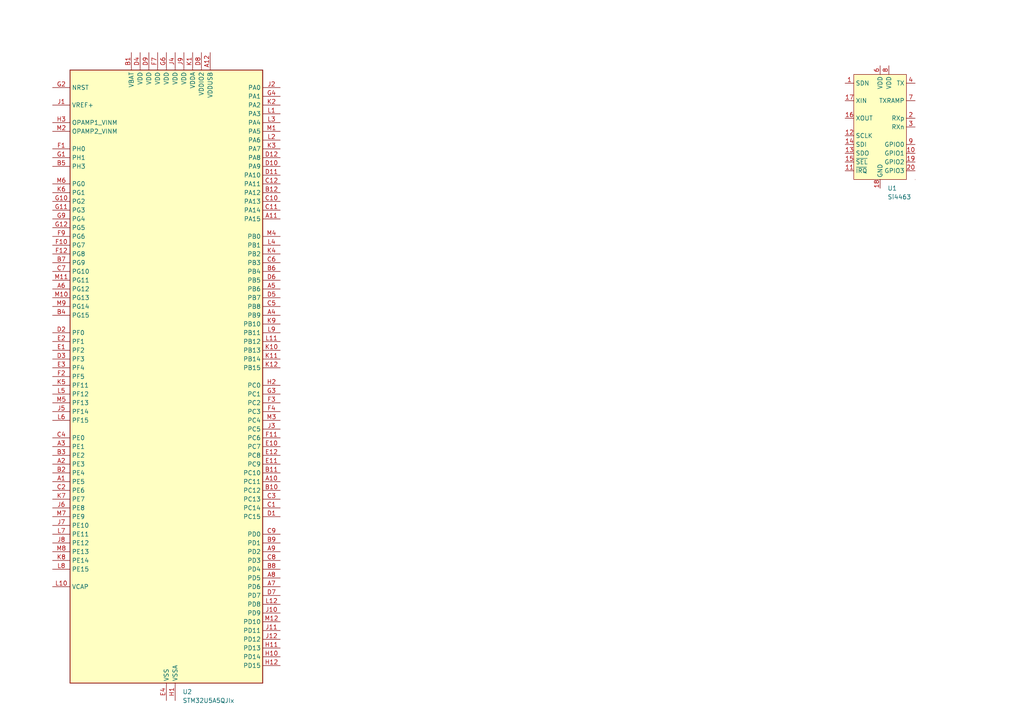
<source format=kicad_sch>
(kicad_sch (version 20250114) (generator "eeschema") (generator_version "9.0")
  (paper "A4")
  (lib_symbols
    (symbol "MCU_ST_STM32U5:STM32U5A5QJIx"
      (property "Reference" "U" (at -27.94 90.17 0))
      (property "Value" "STM32U5A5QJIx" (at 15.24 90.17 0))
      (symbol "STM32U5A5QJIx_0_1"
        (rectangle (start -27.94 -88.9) (end 27.94 88.9) (stroke (width 0.254)) (fill (type background)))
      )
      (symbol "STM32U5A5QJIx_1_1"
        (pin input line (at -33.02 83.82 0) (length 5.08) (name "NRST") (number "G2"))
        (pin input line (at -33.02 78.74 0) (length 5.08) (name "VREF+") (number "J1"))
        (pin bidirectional line (at -33.02 73.66 0) (length 5.08) (name "OPAMP1_VINM") (number "H3"))
        (pin bidirectional line (at -33.02 71.12 0) (length 5.08) (name "OPAMP2_VINM") (number "M2"))
        (pin bidirectional line (at -33.02 66.04 0) (length 5.08) (name "PH0") (number "F1"))
        (pin bidirectional line (at -33.02 63.5 0) (length 5.08) (name "PH1") (number "G1"))
        (pin bidirectional line (at -33.02 60.96 0) (length 5.08) (name "PH3") (number "B5"))
        (pin bidirectional line (at -33.02 55.88 0) (length 5.08) (name "PG0") (number "M6"))
        (pin bidirectional line (at -33.02 53.34 0) (length 5.08) (name "PG1") (number "K6"))
        (pin bidirectional line (at -33.02 50.8 0) (length 5.08) (name "PG2") (number "G10"))
        (pin bidirectional line (at -33.02 48.26 0) (length 5.08) (name "PG3") (number "G11"))
        (pin bidirectional line (at -33.02 45.72 0) (length 5.08) (name "PG4") (number "G9"))
        (pin bidirectional line (at -33.02 43.18 0) (length 5.08) (name "PG5") (number "G12"))
        (pin bidirectional line (at -33.02 40.64 0) (length 5.08) (name "PG6") (number "F9"))
        (pin bidirectional line (at -33.02 38.1 0) (length 5.08) (name "PG7") (number "F10"))
        (pin bidirectional line (at -33.02 35.56 0) (length 5.08) (name "PG8") (number "F12"))
        (pin bidirectional line (at -33.02 33.02 0) (length 5.08) (name "PG9") (number "B7"))
        (pin bidirectional line (at -33.02 30.48 0) (length 5.08) (name "PG10") (number "C7"))
        (pin bidirectional line (at -33.02 27.94 0) (length 5.08) (name "PG11") (number "M11"))
        (pin bidirectional line (at -33.02 25.4 0) (length 5.08) (name "PG12") (number "A6"))
        (pin bidirectional line (at -33.02 22.86 0) (length 5.08) (name "PG13") (number "M10"))
        (pin bidirectional line (at -33.02 20.32 0) (length 5.08) (name "PG14") (number "M9"))
        (pin bidirectional line (at -33.02 17.78 0) (length 5.08) (name "PG15") (number "B4"))
        (pin bidirectional line (at -33.02 12.7 0) (length 5.08) (name "PF0") (number "D2"))
        (pin bidirectional line (at -33.02 10.16 0) (length 5.08) (name "PF1") (number "E2"))
        (pin bidirectional line (at -33.02 7.62 0) (length 5.08) (name "PF2") (number "E1"))
        (pin bidirectional line (at -33.02 5.08 0) (length 5.08) (name "PF3") (number "D3"))
        (pin bidirectional line (at -33.02 2.54 0) (length 5.08) (name "PF4") (number "E3"))
        (pin bidirectional line (at -33.02 0 0) (length 5.08) (name "PF5") (number "F2"))
        (pin bidirectional line (at -33.02 -2.54 0) (length 5.08) (name "PF11") (number "K5"))
        (pin bidirectional line (at -33.02 -5.08 0) (length 5.08) (name "PF12") (number "L5"))
        (pin bidirectional line (at -33.02 -7.62 0) (length 5.08) (name "PF13") (number "M5"))
        (pin bidirectional line (at -33.02 -10.16 0) (length 5.08) (name "PF14") (number "J5"))
        (pin bidirectional line (at -33.02 -12.7 0) (length 5.08) (name "PF15") (number "L6"))
        (pin bidirectional line (at -33.02 -17.78 0) (length 5.08) (name "PE0") (number "C4"))
        (pin bidirectional line (at -33.02 -20.32 0) (length 5.08) (name "PE1") (number "A3"))
        (pin bidirectional line (at -33.02 -22.86 0) (length 5.08) (name "PE2") (number "B3"))
        (pin bidirectional line (at -33.02 -25.4 0) (length 5.08) (name "PE3") (number "A2"))
        (pin bidirectional line (at -33.02 -27.94 0) (length 5.08) (name "PE4") (number "B2"))
        (pin bidirectional line (at -33.02 -30.48 0) (length 5.08) (name "PE5") (number "A1"))
        (pin bidirectional line (at -33.02 -33.02 0) (length 5.08) (name "PE6") (number "C2"))
        (pin bidirectional line (at -33.02 -35.56 0) (length 5.08) (name "PE7") (number "K7"))
        (pin bidirectional line (at -33.02 -38.1 0) (length 5.08) (name "PE8") (number "J6"))
        (pin bidirectional line (at -33.02 -40.64 0) (length 5.08) (name "PE9") (number "M7"))
        (pin bidirectional line (at -33.02 -43.18 0) (length 5.08) (name "PE10") (number "J7"))
        (pin bidirectional line (at -33.02 -45.72 0) (length 5.08) (name "PE11") (number "L7"))
        (pin bidirectional line (at -33.02 -48.26 0) (length 5.08) (name "PE12") (number "J8"))
        (pin bidirectional line (at -33.02 -50.8 0) (length 5.08) (name "PE13") (number "M8"))
        (pin bidirectional line (at -33.02 -53.34 0) (length 5.08) (name "PE14") (number "K8"))
        (pin bidirectional line (at -33.02 -55.88 0) (length 5.08) (name "PE15") (number "L8"))
        (pin power_out line (at -33.02 -60.96 0) (length 5.08) (name "VCAP") (number "L10"))
        (pin power_in line (at -10.16 93.98 270) (length 5.08) (name "VBAT") (number "B1"))
        (pin power_in line (at -7.62 93.98 270) (length 5.08) (name "VDD") (number "D4"))
        (pin power_in line (at -5.08 93.98 270) (length 5.08) (name "VDD") (number "D9"))
        (pin power_in line (at -2.54 93.98 270) (length 5.08) (name "VDD") (number "F7"))
        (pin power_in line (at 0 93.98 270) (length 5.08) (name "VDD") (number "G6"))
        (pin power_in line (at 0 -93.98 90) (length 5.08) (name "VSS") (number "E4"))
        (pin passive line (at 0 -93.98 90) (length 5.08) (hide yes) (name "VSS") (number "E9"))
        (pin passive line (at 0 -93.98 90) (length 5.08) (hide yes) (name "VSS") (number "F6"))
        (pin passive line (at 0 -93.98 90) (length 5.08) (hide yes) (name "VSS") (number "G7"))
        (pin passive line (at 0 -93.98 90) (length 5.08) (hide yes) (name "VSS") (number "H4"))
        (pin passive line (at 0 -93.98 90) (length 5.08) (hide yes) (name "VSS") (number "H9"))
        (pin power_in line (at 2.54 93.98 270) (length 5.08) (name "VDD") (number "J4"))
        (pin power_in line (at 2.54 -93.98 90) (length 5.08) (name "VSSA") (number "H1"))
        (pin power_in line (at 5.08 93.98 270) (length 5.08) (name "VDD") (number "J9"))
        (pin power_in line (at 7.62 93.98 270) (length 5.08) (name "VDDA") (number "K1"))
        (pin power_in line (at 10.16 93.98 270) (length 5.08) (name "VDDIO2") (number "D8"))
        (pin power_in line (at 12.7 93.98 270) (length 5.08) (name "VDDUSB") (number "A12"))
        (pin bidirectional line (at 33.02 83.82 180) (length 5.08) (name "PA0") (number "J2"))
        (pin bidirectional line (at 33.02 81.28 180) (length 5.08) (name "PA1") (number "G4"))
        (pin bidirectional line (at 33.02 78.74 180) (length 5.08) (name "PA2") (number "K2"))
        (pin bidirectional line (at 33.02 76.2 180) (length 5.08) (name "PA3") (number "L1"))
        (pin bidirectional line (at 33.02 73.66 180) (length 5.08) (name "PA4") (number "L3"))
        (pin bidirectional line (at 33.02 71.12 180) (length 5.08) (name "PA5") (number "M1"))
        (pin bidirectional line (at 33.02 68.58 180) (length 5.08) (name "PA6") (number "L2"))
        (pin bidirectional line (at 33.02 66.04 180) (length 5.08) (name "PA7") (number "K3"))
        (pin bidirectional line (at 33.02 63.5 180) (length 5.08) (name "PA8") (number "D12"))
        (pin bidirectional line (at 33.02 60.96 180) (length 5.08) (name "PA9") (number "D10"))
        (pin bidirectional line (at 33.02 58.42 180) (length 5.08) (name "PA10") (number "D11"))
        (pin bidirectional line (at 33.02 55.88 180) (length 5.08) (name "PA11") (number "C12"))
        (pin bidirectional line (at 33.02 53.34 180) (length 5.08) (name "PA12") (number "B12"))
        (pin bidirectional line (at 33.02 50.8 180) (length 5.08) (name "PA13") (number "C10"))
        (pin bidirectional line (at 33.02 48.26 180) (length 5.08) (name "PA14") (number "C11"))
        (pin bidirectional line (at 33.02 45.72 180) (length 5.08) (name "PA15") (number "A11"))
        (pin bidirectional line (at 33.02 40.64 180) (length 5.08) (name "PB0") (number "M4"))
        (pin bidirectional line (at 33.02 38.1 180) (length 5.08) (name "PB1") (number "L4"))
        (pin bidirectional line (at 33.02 35.56 180) (length 5.08) (name "PB2") (number "K4"))
        (pin bidirectional line (at 33.02 33.02 180) (length 5.08) (name "PB3") (number "C6"))
        (pin bidirectional line (at 33.02 30.48 180) (length 5.08) (name "PB4") (number "B6"))
        (pin bidirectional line (at 33.02 27.94 180) (length 5.08) (name "PB5") (number "D6"))
        (pin bidirectional line (at 33.02 25.4 180) (length 5.08) (name "PB6") (number "A5"))
        (pin bidirectional line (at 33.02 22.86 180) (length 5.08) (name "PB7") (number "D5"))
        (pin bidirectional line (at 33.02 20.32 180) (length 5.08) (name "PB8") (number "C5"))
        (pin bidirectional line (at 33.02 17.78 180) (length 5.08) (name "PB9") (number "A4"))
        (pin bidirectional line (at 33.02 15.24 180) (length 5.08) (name "PB10") (number "K9"))
        (pin bidirectional line (at 33.02 12.7 180) (length 5.08) (name "PB11") (number "L9"))
        (pin bidirectional line (at 33.02 10.16 180) (length 5.08) (name "PB12") (number "L11"))
        (pin bidirectional line (at 33.02 7.62 180) (length 5.08) (name "PB13") (number "K10"))
        (pin bidirectional line (at 33.02 5.08 180) (length 5.08) (name "PB14") (number "K11"))
        (pin bidirectional line (at 33.02 2.54 180) (length 5.08) (name "PB15") (number "K12"))
        (pin bidirectional line (at 33.02 -2.54 180) (length 5.08) (name "PC0") (number "H2"))
        (pin bidirectional line (at 33.02 -5.08 180) (length 5.08) (name "PC1") (number "G3"))
        (pin bidirectional line (at 33.02 -7.62 180) (length 5.08) (name "PC2") (number "F3"))
        (pin bidirectional line (at 33.02 -10.16 180) (length 5.08) (name "PC3") (number "F4"))
        (pin bidirectional line (at 33.02 -12.7 180) (length 5.08) (name "PC4") (number "M3"))
        (pin bidirectional line (at 33.02 -15.24 180) (length 5.08) (name "PC5") (number "J3"))
        (pin bidirectional line (at 33.02 -17.78 180) (length 5.08) (name "PC6") (number "F11"))
        (pin bidirectional line (at 33.02 -20.32 180) (length 5.08) (name "PC7") (number "E10"))
        (pin bidirectional line (at 33.02 -22.86 180) (length 5.08) (name "PC8") (number "E12"))
        (pin bidirectional line (at 33.02 -25.4 180) (length 5.08) (name "PC9") (number "E11"))
        (pin bidirectional line (at 33.02 -27.94 180) (length 5.08) (name "PC10") (number "B11"))
        (pin bidirectional line (at 33.02 -30.48 180) (length 5.08) (name "PC11") (number "A10"))
        (pin bidirectional line (at 33.02 -33.02 180) (length 5.08) (name "PC12") (number "B10"))
        (pin bidirectional line (at 33.02 -35.56 180) (length 5.08) (name "PC13") (number "C3"))
        (pin bidirectional line (at 33.02 -38.1 180) (length 5.08) (name "PC14") (number "C1"))
        (pin bidirectional line (at 33.02 -40.64 180) (length 5.08) (name "PC15") (number "D1"))
        (pin bidirectional line (at 33.02 -45.72 180) (length 5.08) (name "PD0") (number "C9"))
        (pin bidirectional line (at 33.02 -48.26 180) (length 5.08) (name "PD1") (number "B9"))
        (pin bidirectional line (at 33.02 -50.8 180) (length 5.08) (name "PD2") (number "A9"))
        (pin bidirectional line (at 33.02 -53.34 180) (length 5.08) (name "PD3") (number "C8"))
        (pin bidirectional line (at 33.02 -55.88 180) (length 5.08) (name "PD4") (number "B8"))
        (pin bidirectional line (at 33.02 -58.42 180) (length 5.08) (name "PD5") (number "A8"))
        (pin bidirectional line (at 33.02 -60.96 180) (length 5.08) (name "PD6") (number "A7"))
        (pin bidirectional line (at 33.02 -63.5 180) (length 5.08) (name "PD7") (number "D7"))
        (pin bidirectional line (at 33.02 -66.04 180) (length 5.08) (name "PD8") (number "L12"))
        (pin bidirectional line (at 33.02 -68.58 180) (length 5.08) (name "PD9") (number "J10"))
        (pin bidirectional line (at 33.02 -71.12 180) (length 5.08) (name "PD10") (number "M12"))
        (pin bidirectional line (at 33.02 -73.66 180) (length 5.08) (name "PD11") (number "J11"))
        (pin bidirectional line (at 33.02 -76.2 180) (length 5.08) (name "PD12") (number "J12"))
        (pin bidirectional line (at 33.02 -78.74 180) (length 5.08) (name "PD13") (number "H11"))
        (pin bidirectional line (at 33.02 -81.28 180) (length 5.08) (name "PD14") (number "H10"))
        (pin bidirectional line (at 33.02 -83.82 180) (length 5.08) (name "PD15") (number "H12"))
      )
    )
    (symbol "RF:Si4463"
      (property "Reference" "U" (at -6.35 16.51 0))
      (property "Value" "Si4463" (at 6.35 16.51 0))
      (symbol "Si4463_0_1"
        (rectangle (start -7.62 15.24) (end 7.62 -15.24) (fill (type background)))
        (rectangle (start 10.16 -15.24) (end 10.16 -15.24))
      )
      (symbol "Si4463_1_1"
        (pin input line (at -10.16 12.7 0) (length 2.54) (name "SDN") (number "1"))
        (pin input line (at -10.16 7.62 0) (length 2.54) (name "XIN") (number "17"))
        (pin passive line (at -10.16 2.54 0) (length 2.54) (name "XOUT") (number "16"))
        (pin input line (at -10.16 -2.54 0) (length 2.54) (name "SCLK") (number "12"))
        (pin input line (at -10.16 -5.08 0) (length 2.54) (name "SDI") (number "14"))
        (pin output line (at -10.16 -7.62 0) (length 2.54) (name "SDO") (number "13"))
        (pin input line (at -10.16 -10.16 0) (length 2.54) (name "~{SEL}") (number "15"))
        (pin open_collector line (at -10.16 -12.7 0) (length 2.54) (name "~{IRQ}") (number "11"))
        (pin power_in line (at 0 17.78 270) (length 2.54) (name "VDD") (number "6"))
        (pin power_in line (at 0 -17.78 90) (length 2.54) (name "GND") (number "18"))
        (pin passive line (at 0 -17.78 90) (length 2.54) (hide yes) (name "GND") (number "21"))
        (pin power_in line (at 2.54 17.78 270) (length 2.54) (name "VDD") (number "8"))
        (pin no_connect line (at 7.62 -15.24 180) (length 2.54) (hide yes) (name "NC") (number "5"))
        (pin output line (at 10.16 12.7 180) (length 2.54) (name "TX") (number "4"))
        (pin output line (at 10.16 7.62 180) (length 2.54) (name "TXRAMP") (number "7"))
        (pin input line (at 10.16 2.54 180) (length 2.54) (name "RXp") (number "2"))
        (pin input line (at 10.16 0 180) (length 2.54) (name "RXn") (number "3"))
        (pin bidirectional line (at 10.16 -5.08 180) (length 2.54) (name "GPIO0") (number "9"))
        (pin bidirectional line (at 10.16 -7.62 180) (length 2.54) (name "GPIO1") (number "10"))
        (pin bidirectional line (at 10.16 -10.16 180) (length 2.54) (name "GPIO2") (number "19"))
        (pin bidirectional line (at 10.16 -12.7 180) (length 2.54) (name "GPIO3") (number "20"))
      )
    )
  )
  (symbol (lib_id "RF:Si4463") (at 255.27 36.83 0) (unit 1)
    (property "Reference" "U1" (at 257.4133 54.61 0) (effects (justify left)))
    (property "Value" "Si4463" (at 257.4133 57.15 0) (effects (justify left)))
    (property "Footprint" "Package_DFN_QFN:QFN-20-1EP_4x4mm_P0.5mm_EP2.6x2.6mm_ThermalVias" (effects (hide yes)))
    (property "Datasheet" "https://www.silabs.com/documents/public/data-sheets/Si4464-63-61-60.pdf" (effects (hide yes)))
    (property "Description" "High-Performance, Low-Current Sub-GHz Transceiver, +20dBm, Major bands 142-1050 MHz, QFN-20" (effects (hide yes)))
  )
  (symbol (lib_id "MCU_ST_STM32U5:STM32U5A5QJIx") (at 48.26 109.22 0) (unit 1)
    (property "Reference" "U2" (at 52.9433 200.66 0) (effects (justify left)))
    (property "Value" "STM32U5A5QJIx" (at 52.9433 203.2 0) (effects (justify left)))
    (property "Footprint" "Package_BGA:UFBGA-132_7x7mm_Layout12x12_P0.5mm" (effects (hide yes)))
    (property "Datasheet" "https://www.st.com/resource/en/datasheet/stm32u5a5qj.pdf" (effects (hide yes)))
    (property "Description" "STMicroelectronics Arm Cortex-M33 MCU, 4096KB flash, 2514KB RAM, 110 GPIO, UFBGA132" (effects (hide yes)))
  )
)
</source>
